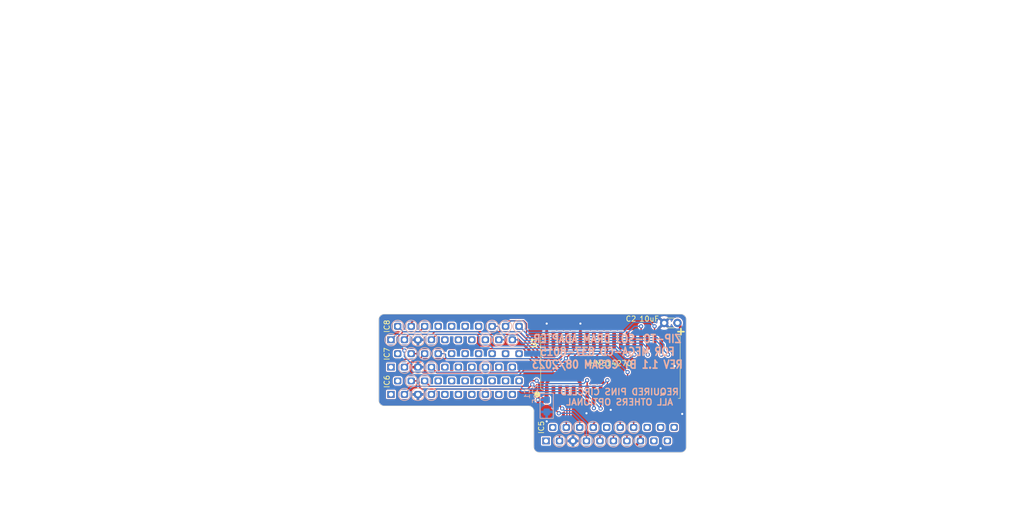
<source format=kicad_pcb>
(kicad_pcb (version 20221018) (generator pcbnew)
  (layers (0 "F.Cu" signal) (1 "In1.Cu" signal) (2 "In2.Cu" signal) (31 "B.Cu" signal) (34 "B.Paste" user) (35 "F.Paste" user) (36 "B.SilkS" user "B.Silkscreen") (37 "F.SilkS" user "F.Silkscreen") (38 "B.Mask" user) (39 "F.Mask" user) (44 "Edge.Cuts" user))
  (net 0 "")
  (net 1 "~{CLWE}")
  (net 2 "GND")
  (net 4 "VCC2")
  (net 8 "D4")
  (net 9 "D3")
  (net 10 "D2")
  (net 11 "D1")
  (net 12 "D0")
  (net 13 "D15")
  (net 14 "D14")
  (net 15 "D13")
  (net 16 "D12")
  (net 17 "D11")
  (net 18 "D10")
  (net 19 "D9")
  (net 20 "D8")
  (net 21 "D7")
  (net 22 "D6")
  (net 23 "D5")
  (net 24 "~{COE}")
  (net 25 "PA8")
  (net 26 "PA7")
  (net 27 "PA6")
  (net 28 "PA5")
  (net 29 "PA4")
  (net 30 "PA3")
  (net 31 "PA2")
  (net 32 "PA1")
  (net 33 "PA0")
  (net 34 "~{PRAS}")
  (net 35 "~{PCAS}")
  (net 36 "~{CUWE}")
  (footprint "MegaCD_Footprints:SOJ-40" (layer "F.Cu") (at 147.447 120.523 90)
    (fp_text reference "U1" (at 10.414 -1.143 90 unlocked) (layer "F.SilkS") (effects (font (thickness 0.2) bold)))
    (fp_text value "HM514270")
    (fp_text user "${VALUE}" (at 6.477 13.335 unlocked) (layer "F.SilkS"))
    (fp_line (start -0.127 26.035) (end -0.127 26.416) (stroke (width 0.1)) (layer "F.SilkS"))
    (fp_line (start -0.127 26.416) (end 11.557 26.416) (stroke (width 0.1)) (layer "F.SilkS"))
    (fp_line (start 1.778 0.127) (end 1.397 0.508) (stroke (width 0.1)) (layer "F.SilkS"))
    (fp_line (start 11.557 0.127) (end 1.778 0.127) (stroke (width 0.1)) (layer "F.SilkS"))
    (fp_line (start 11.557 0.508) (end 11.557 0.127) (stroke (width 0.1)) (layer "F.SilkS"))
    (fp_line (start 11.557 26.035) (end 11.557 26.416) (stroke (width 0.1)) (layer "F.SilkS"))
    (fp_circle (center 0.635 -0.508) (end 1.143 -0.508) (stroke (width 0.1)) (fill solid) (layer "F.SilkS"))
    (pad "1" smd rect (at 0.635 1.27 90) (size 3.4 0.7) (layers "F.Cu" "F.Paste" "F.Mask") (net 4 "VCC2"))
    (pad "2" smd rect (at 0.635 2.54 90) (size 3.4 0.7) (layers "F.Cu" "F.Paste" "F.Mask") (net 12 "D0"))
    (pad "3" smd rect (at 0.635 3.81 90) (size 3.4 0.7) (layers "F.Cu" "F.Paste" "F.Mask") (net 11 "D1"))
    (pad "4" smd rect (at 0.635 5.08 90) (size 3.4 0.7) (layers "F.Cu" "F.Paste" "F.Mask") (net 10 "D2"))
    (pad "5" smd rect (at 0.635 6.35 90) (size 3.4 0.7) (layers "F.Cu" "F.Paste" "F.Mask") (net 9 "D3"))
    (pad "6" smd rect (at 0.635 7.62 90) (size 3.4 0.7) (layers "F.Cu" "F.Paste" "F.Mask") (net 4 "VCC2"))
    (pad "7" smd rect (at 0.635 8.89 90) (size 3.4 0.7) (layers "F.Cu" "F.Paste" "F.Mask") (net 8 "D4"))
    (pad "8" smd rect (at 0.635 10.16 90) (size 3.4 0.7) (layers "F.Cu" "F.Paste" "F.Mask") (net 23 "D5"))
    (pad "9" smd rect (at 0.635 11.43 90) (size 3.4 0.7) (layers "F.Cu" "F.Paste" "F.Mask") (net 22 "D6"))
    (pad "10" smd rect (at 0.635 12.7 90) (size 3.4 0.7) (layers "F.Cu" "F.Paste" "F.Mask") (net 21 "D7"))
    (pad "11" smd rect (at 0.635 13.97 90) (size 3.4 0.7) (layers "F.Cu" "F.Paste" "F.Mask"))
    (pad "12" smd rect (at 0.635 15.24 90) (size 3.4 0.7) (layers "F.Cu" "F.Paste" "F.Mask") (net 1 "~{CLWE}"))
    (pad "13" smd rect (at 0.635 16.51 90) (size 3.4 0.7) (layers "F.Cu" "F.Paste" "F.Mask") (net 36 "~{CUWE}"))
    (pad "14" smd rect (at 0.635 17.78 90) (size 3.4 0.7) (layers "F.Cu" "F.Paste" "F.Mask") (net 34 "~{PRAS}"))
    (pad "15" smd rect (at 0.635 19.05 90) (size 3.4 0.7) (layers "F.Cu" "F.Paste" "F.Mask"))
    (pad "16" smd rect (at 0.635 20.32 90) (size 3.4 0.7) (layers "F.Cu" "F.Paste" "F.Mask") (net 33 "PA0"))
    (pad "17" smd rect (at 0.635 21.59 90) (size 3.4 0.7) (layers "F.Cu" "F.Paste" "F.Mask") (net 32 "PA1"))
    (pad "18" smd rect (at 0.635 22.86 90) (size 3.4 0.7) (layers "F.Cu" "F.Paste" "F.Mask") (net 31 "PA2"))
    (pad "19" smd rect (at 0.635 24.13 90) (size 3.4 0.7) (layers "F.Cu" "F.Paste" "F.Mask") (net 30 "PA3"))
    (pad "20" smd rect (at 0.635 25.4 90) (size 3.4 0.7) (layers "F.Cu" "F.Paste" "F.Mask") (net 4 "VCC2"))
    (pad "21" smd rect (at 10.795 25.4 90) (size 3.4 0.7) (layers "F.Cu" "F.Paste" "F.Mask") (net 2 "GND"))
    (pad "22" smd rect (at 10.795 24.13 90) (size 3.4 0.7) (layers "F.Cu" "F.Paste" "F.Mask") (net 29 "PA4"))
    (pad "23" smd rect (at 10.795 22.86 90) (size 3.4 0.7) (layers "F.Cu" "F.Paste" "F.Mask") (net 28 "PA5"))
    (pad "24" smd rect (at 10.795 21.59 90) (size 3.4 0.7) (layers "F.Cu" "F.Paste" "F.Mask") (net 27 "PA6"))
    (pad "25" smd rect (at 10.795 20.32 90) (size 3.4 0.7) (layers "F.Cu" "F.Paste" "F.Mask") (net 26 "PA7"))
    (pad "26" smd rect (at 10.795 19.05 90) (size 3.4 0.7) (layers "F.Cu" "F.Paste" "F.Mask") (net 25 "PA8"))
    (pad "27" smd rect (at 10.795 17.78 90) (size 3.4 0.7) (layers "F.Cu" "F.Paste" "F.Mask") (net 24 "~{COE}"))
    (pad "28" smd rect (at 10.795 16.51 90) (size 3.4 0.7) (layers "F.Cu" "F.Paste" "F.Mask") (net 35 "~{PCAS}"))
    (pad "29" smd rect (at 10.795 15.24 90) (size 3.4 0.7) (layers "F.Cu" "F.Paste" "F.Mask"))
    (pad "30" smd rect (at 10.795 13.97 90) (size 3.4 0.7) (layers "F.Cu" "F.Paste" "F.Mask"))
    (pad "31" smd rect (at 10.795 12.7 90) (size 3.4 0.7) (layers "F.Cu" "F.Paste" "F.Mask") (net 20 "D8"))
    (pad "32" smd rect (at 10.795 11.43 90) (size 3.4 0.7) (layers "F.Cu" "F.Paste" "F.Mask") (net 19 "D9"))
    (pad "33" smd rect (at 10.795 10.16 90) (size 3.4 0.7) (layers "F.Cu" "F.Paste" "F.Mask") (net 18 "D10"))
    (pad "34" smd rect (at 10.795 8.89 90) (size 3.4 0.7) (layers "F.Cu" "F.Paste" "F.Mask") (net 17 "D11"))
    (pad "35" smd rect (at 10.795 7.62 90) (size 3.4 0.7) (layers "F.Cu" "F.Paste" "F.Mask") (net 2 "GND"))
    (pad "36" smd rect (at 10.795 6.35 90) (size 3.4 0.7) (layers "F.Cu" "F.Paste" "F.Mask") (net 16 "D12"))
    (pad "37" smd rect (at 10.795 5.08 90) (size 3.4 0.7) (layers "F.Cu" "F.Paste" "F.Mask") (net 15 "D13"))
    (pad "38" smd rect (at 10.795 3.81 90) (size 3.4 0.7) (layers "F.Cu" "F.Paste" "F.Mask") (net 14 "D14"))
    (pad "39" smd rect (at 10.795 2.54 90) (size 3.4 0.7) (layers "F.Cu" "F.Paste" "F.Mask") (net 13 "D15"))
    (pad "40" smd rect (at 10.795 1.27 90) (size 3.4 0.7) (layers "F.Cu" "F.Paste" "F.Mask") (net 2 "GND"))
  )
  (footprint "MegaCD_Footprints:ZIP-20-No-silk" (layer "F.Cu") (at 119.38 114.7572 90)
    (fp_text reference "IC7" (at 2.4892 -0.762 90) (layer "F.SilkS"))
    (fp_text value "MB81C4256Z")
    (pad "1" thru_hole rect (at 0 0 90) (size 1.3 1.4) (drill 0.8) (layers "*.Cu" "*.Mask") (net 24 "~{COE}"))
    (pad "2" thru_hole roundrect (at 2.54 1.27 90) (size 1.3 1.4) (drill 0.8) (layers "*.Cu" "*.Mask") (net 35 "~{PCAS}"))
    (pad "3" thru_hole roundrect (at 0 2.54 90) (size 1.3 1.4) (drill 0.8) (layers "*.Cu" "*.Mask") (net 18 "D10"))
    (pad "4" thru_hole roundrect (at 2.54 3.81 90) (size 1.3 1.4) (drill 0.8) (layers "*.Cu" "*.Mask") (net 17 "D11"))
    (pad "5" thru_hole roundrect (at 0 5.08 90) (size 1.3 1.4) (drill 0.8) (layers "*.Cu" "*.Mask") (net 2 "GND"))
    (pad "6" thru_hole roundrect (at 2.54 6.35 90) (size 1.3 1.4) (drill 0.8) (layers "*.Cu" "*.Mask") (net 20 "D8"))
    (pad "7" thru_hole roundrect (at 0 7.62 90) (size 1.3 1.4) (drill 0.8) (layers "*.Cu" "*.Mask") (net 19 "D9"))
    (pad "8" thru_hole roundrect (at 2.54 8.89 90) (size 1.3 1.4) (drill 0.8) (layers "*.Cu" "*.Mask") (net 36 "~{CUWE}"))
    (pad "9" thru_hole roundrect (at 0 10.16 90) (size 1.3 1.4) (drill 0.8) (layers "*.Cu" "*.Mask") (net 34 "~{PRAS}"))
    (pad "10" thru_hole roundrect (at 2.54 11.43 90) (size 1.3 1.4) (drill 0.8) (layers "*.Cu" "*.Mask"))
    (pad "11" thru_hole roundrect (at 0 12.7 90) (size 1.3 1.4) (drill 0.8) (layers "*.Cu" "*.Mask") (net 33 "PA0"))
    (pad "12" thru_hole roundrect (at 2.54 13.97 90) (size 1.3 1.4) (drill 0.8) (layers "*.Cu" "*.Mask") (net 32 "PA1"))
    (pad "13" thru_hole roundrect (at 0 15.24 90) (size 1.3 1.4) (drill 0.8) (layers "*.Cu" "*.Mask") (net 31 "PA2"))
    (pad "14" thru_hole roundrect (at 2.54 16.51 90) (size 1.3 1.4) (drill 0.8) (layers "*.Cu" "*.Mask") (net 30 "PA3"))
    (pad "15" thru_hole roundrect (at 0 17.78 90) (size 1.3 1.4) (drill 0.8) (layers "*.Cu" "*.Mask") (net 4 "VCC2"))
    (pad "16" thru_hole roundrect (at 2.54 19.05 90) (size 1.3 1.4) (drill 0.8) (layers "*.Cu" "*.Mask") (net 29 "PA4"))
    (pad "17" thru_hole roundrect (at 0 20.32 90) (size 1.3 1.4) (drill 0.8) (layers "*.Cu" "*.Mask") (net 28 "PA5"))
    (pad "18" thru_hole roundrect (at 2.54 21.59 90) (size 1.3 1.4) (drill 0.8) (layers "*.Cu" "*.Mask") (net 27 "PA6"))
    (pad "19" thru_hole roundrect (at 0 22.86 90) (size 1.3 1.4) (drill 0.8) (layers "*.Cu" "*.Mask") (net 26 "PA7"))
    (pad "20" thru_hole roundrect (at 2.54 24.13 90) (size 1.3 1.4) (drill 0.8) (layers "*.Cu" "*.Mask") (net 25 "PA8"))
  )
  (footprint "MegaCD_Footprints:ZIP-20-No-silk" (layer "F.Cu") (at 119.38 119.888 90)
    (fp_text reference "IC6" (at 2.413 -0.762 90) (layer "F.SilkS"))
    (fp_text value "MB81C4256Z")
    (pad "1" thru_hole rect (at 0 0 90) (size 1.3 1.4) (drill 0.8) (layers "*.Cu" "*.Mask") (net 24 "~{COE}"))
    (pad "2" thru_hole roundrect (at 2.54 1.27 90) (size 1.3 1.4) (drill 0.8) (layers "*.Cu" "*.Mask") (net 35 "~{PCAS}"))
    (pad "3" thru_hole roundrect (at 0 2.54 90) (size 1.3 1.4) (drill 0.8) (layers "*.Cu" "*.Mask") (net 22 "D6"))
    (pad "4" thru_hole roundrect (at 2.54 3.81 90) (size 1.3 1.4) (drill 0.8) (layers "*.Cu" "*.Mask") (net 21 "D7"))
    (pad "5" thru_hole roundrect (at 0 5.08 90) (size 1.3 1.4) (drill 0.8) (layers "*.Cu" "*.Mask") (net 2 "GND"))
    (pad "6" thru_hole roundrect (at 2.54 6.35 90) (size 1.3 1.4) (drill 0.8) (layers "*.Cu" "*.Mask") (net 8 "D4"))
    (pad "7" thru_hole roundrect (at 0 7.62 90) (size 1.3 1.4) (drill 0.8) (layers "*.Cu" "*.Mask") (net 23 "D5"))
    (pad "8" thru_hole roundrect (at 2.54 8.89 90) (size 1.3 1.4) (drill 0.8) (layers "*.Cu" "*.Mask") (net 1 "~{CLWE}"))
    (pad "9" thru_hole roundrect (at 0 10.16 90) (size 1.3 1.4) (drill 0.8) (layers "*.Cu" "*.Mask") (net 34 "~{PRAS}"))
    (pad "10" thru_hole roundrect (at 2.54 11.43 90) (size 1.3 1.4) (drill 0.8) (layers "*.Cu" "*.Mask"))
    (pad "11" thru_hole roundrect (at 0 12.7 90) (size 1.3 1.4) (drill 0.8) (layers "*.Cu" "*.Mask") (net 33 "PA0"))
    (pad "12" thru_hole roundrect (at 2.54 13.97 90) (size 1.3 1.4) (drill 0.8) (layers "*.Cu" "*.Mask") (net 32 "PA1"))
    (pad "13" thru_hole roundrect (at 0 15.24 90) (size 1.3 1.4) (drill 0.8) (layers "*.Cu" "*.Mask") (net 31 "PA2"))
    (pad "14" thru_hole roundrect (at 2.54 16.51 90) (size 1.3 1.4) (drill 0.8) (layers "*.Cu" "*.Mask") (net 30 "PA3"))
    (pad "15" thru_hole roundrect (at 0 17.78 90) (size 1.3 1.4) (drill 0.8) (layers "*.Cu" "*.Mask") (net 4 "VCC2"))
    (pad "16" thru_hole roundrect (at 2.54 19.05 90) (size 1.3 1.4) (drill 0.8) (layers "*.Cu" "*.Mask") (net 29 "PA4"))
    (pad "17" thru_hole roundrect (at 0 20.32 90) (size 1.3 1.4) (drill 0.8) (layers "*.Cu" "*.Mask") (net 28 "PA5"))
    (pad "18" thru_hole roundrect (at 2.54 21.59 90) (size 1.3 1.4) (drill 0.8) (layers "*.Cu" "*.Mask") (net 27 "PA6"))
    (pad "19" thru_hole roundrect (at 0 22.86 90) (size 1.3 1.4) (drill 0.8) (layers "*.Cu" "*.Mask") (net 26 "PA7"))
    (pad "20" thru_hole roundrect (at 2.54 24.13 90) (size 1.3 1.4) (drill 0.8) (layers "*.Cu" "*.Mask") (net 25 "PA8"))
  )
  (footprint "MegaCD_Footprints:ZIP-20-No-silk" (layer "F.Cu") (at 119.38 109.601 90)
    (fp_text reference "IC8" (at 2.54 -0.762 90) (layer "F.SilkS"))
    (fp_text value "MB81C4256Z")
    (pad "1" thru_hole rect (at 0 0 90) (size 1.3 1.4) (drill 0.8) (layers "*.Cu" "*.Mask") (net 24 "~{COE}"))
    (pad "2" thru_hole roundrect (at 2.54 1.27 90) (size 1.3 1.4) (drill 0.8) (layers "*.Cu" "*.Mask") (net 35 "~{PCAS}"))
    (pad "3" thru_hole roundrect (at 0 2.54 90) (size 1.3 1.4) (drill 0.8) (layers "*.Cu" "*.Mask") (net 14 "D14"))
    (pad "4" thru_hole roundrect (at 2.54 3.81 90) (size 1.3 1.4) (drill 0.8) (layers "*.Cu" "*.Mask") (net 13 "D15"))
    (pad "5" thru_hole roundrect (at 0 5.08 90) (size 1.3 1.4) (drill 0.8) (layers "*.Cu" "*.Mask") (net 2 "GND"))
    (pad "6" thru_hole roundrect (at 2.54 6.35 90) (size 1.3 1.4) (drill 0.8) (layers "*.Cu" "*.Mask") (net 16 "D12"))
    (pad "7" thru_hole roundrect (at 0 7.62 90) (size 1.3 1.4) (drill 0.8) (layers "*.Cu" "*.Mask") (net 15 "D13"))
    (pad "8" thru_hole roundrect (at 2.54 8.89 90) (size 1.3 1.4) (drill 0.8) (layers "*.Cu" "*.Mask") (net 36 "~{CUWE}"))
    (pad "9" thru_hole roundrect (at 0 10.16 90) (size 1.3 1.4) (drill 0.8) (layers "*.Cu" "*.Mask") (net 34 "~{PRAS}"))
    (pad "10" thru_hole roundrect (at 2.54 11.43 90) (size 1.3 1.4) (drill 0.8) (layers "*.Cu" "*.Mask"))
    (pad "11" thru_hole roundrect (at 0 12.7 90) (size 1.3 1.4) (drill 0.8) (layers "*.Cu" "*.Mask") (net 33 "PA0"))
    (pad "12" thru_hole roundrect (at 2.54 13.97 90) (size 1.3 1.4) (drill 0.8) (layers "*.Cu" "*.Mask") (net 32 "PA1"))
    (pad "13" thru_hole roundrect (at 0 15.24 90) (size 1.3 1.4) (drill 0.8) (layers "*.Cu" "*.Mask") (net 31 "PA2"))
    (pad "14" thru_hole roundrect (at 2.54 16.51 90) (size 1.3 1.4) (drill 0.8) (layers "*.Cu" "*.Mask") (net 30 "PA3"))
    (pad "15" thru_hole roundrect (at 0 17.78 90) (size 1.3 1.4) (drill 0.8) (layers "*.Cu" "*.Mask") (net 4 "VCC2"))
    (pad "16" thru_hole roundrect (at 2.54 19.05 90) (size 1.3 1.4) (drill 0.8) (layers "*.Cu" "*.Mask") (net 29 "PA4"))
    (pad "17" thru_hole roundrect (at 0 20.32 90) (size 1.3 1.4) (drill 0.8) (layers "*.Cu" "*.Mask") (net 28 "PA5"))
    (pad "18" thru_hole roundrect (at 2.54 21.59 90) (size 1.3 1.4) (drill 0.8) (layers "*.Cu" "*.Mask") (net 27 "PA6"))
    (pad "19" thru_hole roundrect (at 0 22.86 90) (size 1.3 1.4) (drill 0.8) (layers "*.Cu" "*.Mask") (net 26 "PA7"))
    (pad "20" thru_hole roundrect (at 2.54 24.13 90) (size 1.3 1.4) (drill 0.8) (layers "*.Cu" "*.Mask") (net 25 "PA8"))
  )
  (footprint "MegaCD_Footprints:ZIP-20-No-silk" (layer "F.Cu") (at 148.59 128.651 90)
    (fp_text reference "IC5" (at 2.54 -0.889 90) (layer "F.SilkS"))
    (fp_text value "MB81C4256Z")
    (pad "1" thru_hole rect (at 0 0 90) (size 1.3 1.4) (drill 0.8) (layers "*.Cu" "*.Mask") (net 24 "~{COE}"))
    (pad "2" thru_hole roundrect (at 2.54 1.27 90) (size 1.3 1.4) (drill 0.8) (layers "*.Cu" "*.Mask") (net 35 "~{PCAS}"))
    (pad "3" thru_hole roundrect (at 0 2.54 90) (size 1.3 1.4) (drill 0.8) (layers "*.Cu" "*.Mask") (net 10 "D2"))
    (pad "4" thru_hole roundrect (at 2.54 3.81 90) (size 1.3 1.4) (drill 0.8) (layers "*.Cu" "*.Mask") (net 9 "D3"))
    (pad "5" thru_hole roundrect (at 0 5.08 90) (size 1.3 1.4) (drill 0.8) (layers "*.Cu" "*.Mask") (net 2 "GND"))
    (pad "6" thru_hole roundrect (at 2.54 6.35 90) (size 1.3 1.4) (drill 0.8) (layers "*.Cu" "*.Mask") (net 12 "D0"))
    (pad "7" thru_hole roundrect (at 0 7.62 90) (size 1.3 1.4) (drill 0.8) (layers "*.Cu" "*.Mask") (net 11 "D1"))
    (pad "8" thru_hole roundrect (at 2.54 8.89 90) (size 1.3 1.4) (drill 0.8) (layers "*.Cu" "*.Mask") (net 1 "~{CLWE}"))
    (pad "9" thru_hole roundrect (at 0 10.16 90) (size 1.3 1.4) (drill 0.8) (layers "*.Cu" "*.Mask") (net 34 "~{PRAS}"))
    (pad "10" thru_hole roundrect (at 2.54 11.43 90) (size 1.3 1.4) (drill 0.8) (layers "*.Cu" "*.Mask"))
    (pad "11" thru_hole roundrect (at 0 12.7 90) (size 1.3 1.4) (drill 0.8) (layers "*.Cu" "*.Mask") (net 33 "PA0"))
    (pad "12" thru_hole roundrect (at 2.54 13.97 90) (size 1.3 1.4) (drill 0.8) (layers "*.Cu" "*.Mask") (net 32 "PA1"))
    (pad "13" thru_hole roundrect (at 0 15.24 90) (size 1.3 1.4) (drill 0.8) (layers "*.Cu" "*.Mask") (net 31 "PA2"))
    (pad "14" thru_hole roundrect (at 2.54 16.51 90) (size 1.3 1.4) (drill 0.8) (layers "*.Cu" "*.Mask") (net 30 "PA3"))
    (pad "15" thru_hole roundrect (at 0 17.78 90) (size 1.3 1.4) (drill 0.8) (layers "*.Cu" "*.Mask") (net 4 "VCC2"))
    (pad "16" thru_hole roundrect (at 2.54 19.05 90) (size 1.3 1.4) (drill 0.8) (layers "*.Cu" "*.Mask") (net 29 "PA4"))
    (pad "17" thru_hole roundrect (at 0 20.32 90) (size 1.3 1.4) (drill 0.8) (layers "*.Cu" "*.Mask") (net 28 "PA5"))
    (pad "18" thru_hole roundrect (at 2.54 21.59 90) (size 1.3 1.4) (drill 0.8) (layers "*.Cu" "*.Mask") (net 27 "PA6"))
    (pad "19" thru_hole roundrect (at 0 22.86 90) (size 1.3 1.4) (drill 0.8) (layers "*.Cu" "*.Mask") (net 26 "PA7"))
    (pad "20" thru_hole roundrect (at 2.54 24.13 90) (size 1.3 1.4) (drill 0.8) (layers "*.Cu" "*.Mask") (net 25 "PA8"))
  )
  (footprint "Capacitor_THT:C_Disc_D3.0mm_W1.6mm_P2.50mm" (layer "F.Cu") (at 173.355 106.426 180)
    (fp_text reference "C2" (at 8.763 0.762) (layer "F.SilkS"))
    (fp_text value "10uF")
    (fp_text user "${VALUE}" (at 5.334 0.762 unlocked) (layer "F.SilkS"))
    (fp_line (start 0.621 -0.92) (end 1.879 -0.92) (stroke (width 0.12)) (layer "F.SilkS"))
    (fp_line (start 0.621 0.92) (end 1.879 0.92) (stroke (width 0.12)) (layer "F.SilkS"))
    (pad "1" thru_hole circle (at 0 0 180) (size 1.6 1.6) (drill 0.8) (layers "*.Cu" "*.Mask") (net 4 "VCC2"))
    (pad "2" thru_hole circle (at 2.5 0 180) (size 1.6 1.6) (drill 0.8) (layers "*.Cu" "*.Mask") (net 2 "GND"))
  )
  (footprint "MegaCD_Footprints:SMD_0805_HandSolder" (layer "B.Cu") (at 148.717 122.047 -90)
    (fp_text reference "C1" (at -2.286 3.683 90) (layer "B.SilkS") (effects (justify mirror)))
    (fp_text value "22nF")
    (fp_text user "${VALUE}" (at -2.286 2.159 -270 unlocked) (layer "B.SilkS") (effects (justify mirror)))
    (fp_rect (start -2.35 1.25) (end 2.35 -1.25) (stroke (width 0.15)) (fill none) (layer "B.SilkS"))
    (pad "1" smd roundrect (at -1.143 0 270) (size 1.3 1.2) (layers "B.Cu" "B.Paste" "B.Mask") (roundrect_rratio 0.2127658333) (net 4 "VCC2"))
    (pad "2" smd roundrect (at 1.143 0 270) (size 1.3 1.2) (layers "B.Cu" "B.Paste" "B.Mask") (roundrect_rratio 0.2127658333) (net 2 "GND"))
  )
  (gr_circle (center 152.3746 126.111) (end 153.524634 126.111) (stroke (width 0.15)) (fill none) (layer "B.SilkS"))
  (gr_circle (center 166.3954 128.651) (end 167.545434 128.651) (stroke (width 0.15)) (fill none) (layer "B.SilkS"))
  (gr_circle (center 120.65 107.061) (end 121.800034 107.061) (stroke (width 0.15)) (fill none) (layer "B.SilkS"))
  (gr_circle (center 128.27 112.2172) (end 129.420034 112.2172) (stroke (width 0.15)) (fill none) (layer "B.SilkS"))
  (gr_circle (center 121.92 114.7826) (end 123.070034 114.7826) (stroke (width 0.15)) (fill none) (layer "B.SilkS"))
  (gr_circle (center 165.107034 126.111) (end 166.257068 126.111) (stroke (width 0.15)) (fill none) (layer "B.SilkS"))
  (gr_circle (center 123.19 117.348) (end 124.340034 117.348) (stroke (width 0.15)) (fill none) (layer "B.SilkS"))
  (gr_circle (center 124.46 114.7826) (end 125.610034 114.7826) (stroke (width 0.15)) (fill none) (layer "B.SilkS"))
  (gr_circle (center 137.16 119.888) (end 138.310034 119.888) (stroke (width 0.15)) (fill none) (layer "B.SilkS"))
  (gr_circle (center 140.97 107.061) (end 142.120034 107.061) (stroke (width 0.15)) (fill none) (layer "B.SilkS"))
  (gr_circle (center 125.73 117.348) (end 126.880034 117.348) (stroke (width 0.15)) (fill none) (layer "B.SilkS"))
  (gr_circle (center 163.837034 128.651) (end 164.987068 128.651) (stroke (width 0.15)) (fill none) (layer "B.SilkS"))
  (gr_circle (center 123.19 107.061) (end 124.340034 107.061) (stroke (width 0.15)) (fill none) (layer "B.SilkS"))
  (gr_circle (center 119.38 109.601) (end 120.530034 109.601) (stroke (width 0.15)) (fill none) (layer "B.SilkS"))
  (gr_circle (center 153.677034 128.651) (end 154.827068 128.651) (stroke (width 0.15)) (fill none) (layer "B.SilkS"))
  (gr_circle (center 121.92 119.888) (end 123.070034 119.888) (stroke (width 0.15)) (fill none) (layer "B.SilkS"))
  (gr_circle (center 143.51 107.061) (end 144.660034 107.061) (stroke (width 0.15)) (fill none) (layer "B.SilkS"))
  (gr_circle (center 138.43 107.061) (end 139.580034 107.061) (stroke (width 0.15)) (fill none) (layer "B.SilkS"))
  (gr_circle (center 137.1854 114.7826) (end 138.335434 114.7826) (stroke (width 0.15)) (fill none) (layer "B.SilkS"))
  (gr_circle (center 125.73 112.2172) (end 126.880034 112.2172) (stroke (width 0.15)) (fill none) (layer "B.SilkS"))
  (gr_circle (center 139.7 109.619366) (end 140.850034 109.619366) (stroke (width 0.15)) (fill none) (layer "B.SilkS"))
  (gr_circle (center 137.1854 109.619366) (end 138.335434 109.619366) (stroke (width 0.15)) (fill none) (layer "B.SilkS"))
  (gr_circle (center 161.297034 128.651) (end 162.447068 128.651) (stroke (width 0.15)) (fill none) (layer "B.SilkS"))
  (gr_circle (center 156.2354 128.651) (end 157.385434 128.651) (stroke (width 0.15)) (fill none) (layer "B.SilkS"))
  (gr_circle (center 123.19 112.2172) (end 124.340034 112.2172) (stroke (width 0.15)) (fill none) (layer "B.SilkS"))
  (gr_circle (center 151.1046 128.651) (end 152.254634 128.651) (stroke (width 0.15)) (fill none) (layer "B.SilkS"))
  (gr_circle (center 162.5346 126.111) (end 163.684634 126.111) (stroke (width 0.15)) (fill none) (layer "B.SilkS"))
  (gr_circle (center 124.46 119.888) (end 125.610034 119.888) (stroke (width 0.15)) (fill none) (layer "B.SilkS"))
  (gr_circle (center 127 119.888) (end 128.150034 119.888) (stroke (width 0.15)) (fill none) (layer "B.SilkS"))
  (gr_circle (center 121.92 109.601) (end 123.070034 109.601) (stroke (width 0.15)) (fill none) (layer "B.SilkS"))
  (gr_circle (center 124.46 109.619366) (end 125.610034 109.619366) (stroke (width 0.15)) (fill none) (layer "B.SilkS"))
  (gr_circle (center 125.73 107.061) (end 126.880034 107.061) (stroke (width 0.15)) (fill none) (layer "B.SilkS"))
  (gr_circle (center 154.9146 126.111) (end 156.064634 126.111) (stroke (width 0.15)) (fill none) (layer "B.SilkS"))
  (gr_circle (center 127 114.7826) (end 128.150034 114.7826) (stroke (width 0.15)) (fill none) (layer "B.SilkS"))
  (gr_circle (center 158.757034 128.651) (end 159.907068 128.651) (stroke (width 0.15)) (fill none) (layer "B.SilkS"))
  (gr_circle (center 142.24 109.619366) (end 143.390034 109.619366) (stroke (width 0.15)) (fill none) (layer "B.SilkS"))
  (gr_circle (center 126.992966 109.619366) (end 128.143 109.619366) (stroke (width 0.15)) (fill none) (layer "B.SilkS"))
  (gr_circle (center 157.4546 126.111) (end 158.604634 126.111) (stroke (width 0.15)) (fill none) (layer "B.SilkS"))
  (gr_line (start 175.006 105.791) (end 175.006 129.794) (stroke (width 0.1)) (layer "Edge.Cuts"))
  (gr_arc (start 117.094 105.791) (mid 117.39158 105.07258) (end 118.11 104.775) (stroke (width 0.1)) (layer "Edge.Cuts"))
  (gr_line (start 117.094 121.031) (end 117.094 105.791) (stroke (width 0.1)) (layer "Edge.Cuts"))
  (gr_line (start 118.11 104.775) (end 173.99 104.775) (stroke (width 0.1)) (layer "Edge.Cuts"))
  (gr_line (start 146.304 123.063) (end 146.304 129.794) (stroke (width 0.1)) (layer "Edge.Cuts"))
  (gr_arc (start 173.99 104.775) (mid 174.70842 105.07258) (end 175.006 105.791) (stroke (width 0.1)) (layer "Edge.Cuts"))
  (gr_arc (start 118.11 122.047) (mid 117.39158 121.74942) (end 117.094 121.031) (stroke (width 0.1)) (layer "Edge.Cuts"))
  (gr_line (start 147.32 130.81) (end 173.99 130.81) (stroke (width 0.1)) (layer "Edge.Cuts"))
  (gr_line (start 118.11 122.047) (end 145.288 122.047) (stroke (width 0.1)) (layer "Edge.Cuts"))
  (gr_arc (start 145.288 122.047) (mid 146.00642 122.34458) (end 146.304 123.063) (stroke (width 0.1)) (layer "Edge.Cuts"))
  (gr_arc (start 147.32 130.81) (mid 146.60158 130.51242) (end 146.304 129.794) (stroke (width 0.1)) (layer "Edge.Cuts"))
  (gr_arc (start 175.006 129.794) (mid 174.70842 130.51242) (end 173.99 130.81) (stroke (width 0.1)) (layer "Edge.Cuts"))
  (gr_text "REQUIRED PINS CIRCLED\nALL OTHERS OPTIONAL" (at 162.433 122.047) (layer "B.SilkS") (effects (font (size 1.2 1.2) (thickness 0.25) bold) (justify bottom mirror)))
  (gr_text "ZIP-TO-SOJ DRAM ADAPTER\nFOR MEGA-CD 837-8015\nREV 1.1 BY COSAM 08/2023" (at 160.147 115.1382) (layer "B.SilkS") (effects (font (size 1.5 1.3) (thickness 0.3) bold) (justify bottom mirror)))
  (gr_text "+" (at 175.133 108.839) (layer "F.SilkS") (effects (font (size 1.5 1.5) (thickness 0.3) bold) (justify left bottom mirror)))
  (segment (start 160.782 124.46) (end 162.687 122.555) (width 0.25) (layer "F.Cu") (net 1))
  (segment (start 158.496 124.46) (end 160.782 124.46) (width 0.25) (layer "F.Cu") (net 1))
  (segment (start 162.687 122.555) (end 162.687 119.888) (width 0.25) (layer "F.Cu") (net 1))
  (segment (start 157.48 125.476) (end 158.496 124.46) (width 0.25) (layer "F.Cu") (net 1))
  (segment (start 157.48 126.111) (end 157.48 125.476) (width 0.25) (layer "F.Cu") (net 1))
  (segment (start 172.847 109.728) (end 172.847 114.554) (width 0.5) (layer "F.Cu") (net 2))
  (segment (start 155.067 109.728) (end 155.067 106.553) (width 0.5) (layer "F.Cu") (net 2))
  (segment (start 148.717 109.728) (end 148.717 106.553) (width 0.5) (layer "F.Cu") (net 2))
  (via (at 172.847 114.554) (size 0.8) (drill 0.4) (layers "F.Cu" "B.Cu") (net 2))
  (via (at 155.067 106.553) (size 0.8) (drill 0.4) (layers "F.Cu" "B.Cu") (net 2))
  (via (at 148.717 124.968) (size 0.8) (drill 0.4) (layers "F.Cu" "B.Cu") (net 2))
  (via (at 160.782 122.809) (size 0.8) (drill 0.4) (layers "F.Cu" "B.Cu") (net 2))
  (via (at 156.21 123.444) (size 0.8) (drill 0.4) (layers "F.Cu" "B.Cu") (net 2))
  (via (at 148.717 106.553) (size 0.8) (drill 0.4) (layers "F.Cu" "B.Cu") (net 2))
  (via (at 170.18 130.048) (size 0.8) (drill 0.4) (layers "F.Cu" "B.Cu") (net 2))
  (via (at 174.244 123.571) (size 0.8) (drill 0.4) (layers "F.Cu" "B.Cu") (net 2))
  (segment (start 169.926 130.302) (end 154.051 130.302) (width 0.5) (layer "B.Cu") (net 2))
  (segment (start 147.193 130.302) (end 153.289 130.302) (width 0.5) (layer "B.Cu") (net 2))
  (segment (start 153.289 130.302) (end 153.67 129.921) (width 0.5) (layer "B.Cu") (net 2))
  (segment (start 146.812 129.921) (end 147.193 130.302) (width 0.5) (layer "B.Cu") (net 2))
  (segment (start 154.051 130.302) (end 153.67 129.921) (width 0.5) (layer "B.Cu") (net 2))
  (segment (start 155.067 106.553) (end 156.083 105.537) (width 0.25) (layer "B.Cu") (net 2))
  (segment (start 148.717 124.968) (end 146.812 126.873) (width 0.5) (layer "B.Cu") (net 2))
  (segment (start 174.244 129.667) (end 173.863 130.048) (width 0.5) (layer "B.Cu") (net 2))
  (segment (start 156.083 105.537) (end 169.966 105.537) (width 0.25) (layer "B.Cu") (net 2))
  (segment (start 174.244 123.571) (end 174.244 129.667) (width 0.5) (layer "B.Cu") (net 2))
  (segment (start 169.966 105.537) (end 170.855 106.426) (width 0.25) (layer "B.Cu") (net 2))
  (segment (start 170.18 130.048) (end 169.926 130.302) (width 0.5) (layer "B.Cu") (net 2))
  (segment (start 148.717 124.968) (end 148.717 123.444) (width 0.5) (layer "B.Cu") (net 2))
  (segment (start 146.812 126.873) (end 146.812 129.921) (width 0.5) (layer "B.Cu") (net 2))
  (segment (start 148.717 106.553) (end 155.067 106.553) (width 0.5) (layer "B.Cu") (net 2))
  (segment (start 174.244 115.951) (end 174.244 123.571) (width 0.5) (layer "B.Cu") (net 2))
  (segment (start 172.847 114.554) (end 174.244 115.951) (width 0.5) (layer "B.Cu") (net 2))
  (segment (start 153.67 128.651) (end 153.67 129.921) (width 0.5) (layer "B.Cu") (net 2))
  (segment (start 173.863 130.048) (end 170.18 130.048) (width 0.5) (layer "B.Cu") (net 2))
  (segment (start 172.847 116.713) (end 173.863 115.697) (width 0.5) (layer "F.Cu") (net 4))
  (segment (start 155.067 117.729) (end 155.067 119.888) (width 0.5) (layer "F.Cu") (net 4))
  (segment (start 166.37 128.651) (end 166.37 125.1585) (width 0.5) (layer "F.Cu") (net 4))
  (segment (start 147.066 129.54) (end 147.066 120.904) (width 0.5) (layer "F.Cu") (net 4))
  (segment (start 148.717 117.729) (end 149.352 117.094) (width 0.5) (layer "F.Cu") (net 4))
  (segment (start 148.717 119.888) (end 148.717 117.729) (width 0.5) (layer "F.Cu") (net 4))
  (segment (start 166.8145 124.714) (end 170.053 124.714) (width 0.5) (layer "F.Cu") (net 4))
  (segment (start 147.656 119.888) (end 148.717 119.888) (width 0.5) (layer "F.Cu") (net 4))
  (segment (start 173.863 115.697) (end 173.863 106.934) (width 0.5) (layer "F.Cu") (net 4))
  (segment (start 147.574 130.048) (end 147.066 129.54) (width 0.5) (layer "F.Cu") (net 4))
  (segment (start 164.973 130.048) (end 147.574 130.048) (width 0.5) (layer "F.Cu") (net 4))
  (segment (start 172.847 119.888) (end 172.847 116.713) (width 0.5) (layer "F.Cu") (net 4))
  (segment (start 166.37 125.1585) (end 166.8145 124.714) (width 0.5) (layer "F.Cu") (net 4))
  (segment (start 173.863 106.934) (end 173.355 106.426) (width 0.5) (layer "F.Cu") (net 4))
  (segment (start 154.432 117.094) (end 155.067 117.729) (width 0.5) (layer "F.Cu") (net 4))
  (segment (start 166.37 128.651) (end 164.973 130.048) (width 0.5) (layer "F.Cu") (net 4))
  (segment (start 172.847 121.92) (end 172.847 119.888) (width 0.5) (layer "F.Cu") (net 4))
  (segment (start 149.352 117.094) (end 154.432 117.094) (width 0.5) (layer "F.Cu") (net 4))
  (segment (start 147.066 120.478) (end 147.656 119.888) (width 0.5) (layer "F.Cu") (net 4))
  (segment (start 170.053 124.714) (end 172.847 121.92) (width 0.5) (layer "F.Cu") (net 4))
  (segment (start 147.066 120.904) (end 147.066 120.478) (width 0.5) (layer "F.Cu") (net 4))
  (via (at 147.066 120.904) (size 0.8) (drill 0.4) (layers "F.Cu" "B.Cu") (net 4))
  (segment (start 147.066 120.904) (end 148.717 120.904) (width 0.5) (layer "B.Cu") (net 4))
  (segment (start 144.653 118.364) (end 126.746 118.364) (width 0.25) (layer "F.Cu") (net 8))
  (segment (start 146.812 117.303) (end 145.714 117.303) (width 0.25) (layer "F.Cu") (net 8))
  (segment (start 156.337 117.221) (end 156.337 119.888) (width 0.25) (layer "F.Cu") (net 8))
  (segment (start 145.714 117.303) (end 144.653 118.364) (width 0.25) (layer "F.Cu") (net 8))
  (segment (start 126.746 118.364) (end 125.73 117.348) (width 0.25) (layer "F.Cu") (net 8))
  (via (at 146.812 117.303) (size 0.8) (drill 0.4) (layers "F.Cu" "B.Cu") (net 8))
  (via (at 156.337 117.221) (size 0.8) (drill 0.4) (layers "F.Cu" "B.Cu") (net 8))
  (segment (start 155.702 117.856) (end 156.337 117.221) (width 0.25) (layer "B.Cu") (net 8))
  (segment (start 147.365 117.856) (end 155.702 117.856) (width 0.25) (layer "B.Cu") (net 8))
  (segment (start 146.812 117.303) (end 147.365 117.856) (width 0.25) (layer "B.Cu") (net 8))
  (segment (start 152.4 124.841) (end 153.035 124.206) (width 0.25) (layer "F.Cu") (net 9))
  (segment (start 153.035 122.555) (end 153.797 121.793) (width 0.25) (layer "F.Cu") (net 9))
  (segment (start 153.797 121.793) (end 153.797 119.888) (width 0.25) (layer "F.Cu") (net 9))
  (segment (start 152.4 126.111) (end 152.4 124.841) (width 0.25) (layer "F.Cu") (net 9))
  (segment (start 153.035 124.206) (end 153.035 122.555) (width 0.25) (layer "F.Cu") (net 9))
  (segment (start 151.13 125.349) (end 152.527 123.952) (width 0.25) (layer "F.Cu") (net 10))
  (segment (start 151.13 128.651) (end 151.13 125.349) (width 0.25) (layer "F.Cu") (net 10))
  (segment (start 152.527 123.952) (end 152.527 119.888) (width 0.25) (layer "F.Cu") (net 10))
  (segment (start 151.257 122.174) (end 151.257 119.888) (width 0.25) (layer "F.Cu") (net 11))
  (segment (start 151.638 122.555) (end 151.257 122.174) (width 0.25) (layer "F.Cu") (net 11))
  (via (at 151.638 122.555) (size 0.8) (drill 0.4) (layers "F.Cu" "B.Cu") (net 11))
  (segment (start 152.019 122.936) (end 153.797 122.936) (width 0.25) (layer "B.Cu") (net 11))
  (segment (start 156.21 125.349) (end 156.21 128.651) (width 0.25) (layer "B.Cu") (net 11))
  (segment (start 153.797 122.936) (end 156.21 125.349) (width 0.25) (layer "B.Cu") (net 11))
  (segment (start 151.638 122.555) (end 152.019 122.936) (width 0.25) (layer "B.Cu") (net 11))
  (segment (start 151.003 123.444) (end 149.987 122.428) (width 0.25) (layer "F.Cu") (net 12))
  (segment (start 149.987 122.428) (end 149.987 119.888) (width 0.25) (layer "F.Cu") (net 12))
  (via (at 151.003 123.444) (size 0.8) (drill 0.4) (layers "F.Cu" "B.Cu") (net 12))
  (segment (start 153.543 123.444) (end 154.94 124.841) (width 0.25) (layer "B.Cu") (net 12))
  (segment (start 151.003 123.444) (end 153.543 123.444) (width 0.25) (layer "B.Cu") (net 12))
  (segment (start 154.94 124.841) (end 154.94 126.111) (width 0.25) (layer "B.Cu") (net 12))
  (segment (start 149.987 111.633) (end 149.987 109.728) (width 0.25) (layer "F.Cu") (net 13))
  (segment (start 123.19 107.061) (end 123.19 106.426) (width 0.25) (layer "F.Cu") (net 13))
  (segment (start 148.463 112.268) (end 149.352 112.268) (width 0.25) (layer "F.Cu") (net 13))
  (segment (start 123.571 106.045) (end 144.399 106.045) (width 0.25) (layer "F.Cu") (net 13))
  (segment (start 144.399 106.045) (end 144.907 106.553) (width 0.25) (layer "F.Cu") (net 13))
  (segment (start 144.907 108.712) (end 148.463 112.268) (width 0.25) (layer "F.Cu") (net 13))
  (segment (start 149.352 112.268) (end 149.987 111.633) (width 0.25) (layer "F.Cu") (net 13))
  (segment (start 144.907 106.553) (end 144.907 108.712) (width 0.25) (layer "F.Cu") (net 13))
  (segment (start 123.19 106.426) (end 123.571 106.045) (width 0.25) (layer "F.Cu") (net 13))
  (segment (start 121.92 109.601) (end 121.92 109.474) (width 0.25) (layer "F.Cu") (net 14))
  (segment (start 151.257 111.76) (end 151.257 109.728) (width 0.25) (layer "F.Cu") (net 14))
  (segment (start 121.92 109.474) (end 122.809 108.585) (width 0.25) (layer "F.Cu") (net 14))
  (segment (start 143.51 108.077) (end 148.209 112.776) (width 0.25) (layer "F.Cu") (net 14))
  (segment (start 148.209 112.776) (end 150.241 112.776) (width 0.25) (layer "F.Cu") (net 14))
  (segment (start 127.635 108.077) (end 143.51 108.077) (width 0.25) (layer "F.Cu") (net 14))
  (segment (start 150.241 112.776) (end 151.257 111.76) (width 0.25) (layer "F.Cu") (net 14))
  (segment (start 127.127 108.585) (end 127.635 108.077) (width 0.25) (layer "F.Cu") (net 14))
  (segment (start 122.809 108.585) (end 127.127 108.585) (width 0.25) (layer "F.Cu") (net 14))
  (segment (start 147.955 113.284) (end 151.003 113.284) (width 0.25) (layer "F.Cu") (net 15))
  (segment (start 127 109.601) (end 128.016 108.585) (width 0.25) (layer "F.Cu") (net 15))
  (segment (start 152.527 111.76) (end 152.527 109.728) (width 0.25) (layer "F.Cu") (net 15))
  (segment (start 143.256 108.585) (end 147.955 113.284) (width 0.25) (layer "F.Cu") (net 15))
  (segment (start 151.003 113.284) (end 152.527 111.76) (width 0.25) (layer "F.Cu") (net 15))
  (segment (start 128.016 108.585) (end 143.256 108.585) (width 0.25) (layer "F.Cu") (net 15))
  (segment (start 120.777 108.966) (end 121.666 108.077) (width 0.25) (layer "F.Cu") (net 16))
  (segment (start 153.797 111.62275) (end 153.797 109.728) (width 0.25) (layer "F.Cu") (net 16))
  (segment (start 152.34475 113.075) (end 153.797 111.62275) (width 0.25) (layer "F.Cu") (net 16))
  (segment (start 121.92 111.633) (end 120.777 110.49) (width 0.25) (layer "F.Cu") (net 16))
  (segment (start 120.777 110.49) (end 120.777 108.966) (width 0.25) (layer "F.Cu") (net 16))
  (segment (start 121.666 108.077) (end 124.714 108.077) (width 0.25) (layer "F.Cu") (net 16))
  (segment (start 124.714 108.077) (end 125.73 107.061) (width 0.25) (layer "F.Cu") (net 16))
  (via (at 121.92 111.633) (size 0.8) (drill 0.4) (layers "F.Cu" "B.Cu") (net 16))
  (via (at 152.34475 113.075) (size 0.8) (drill 0.4) (layers "F.Cu" "B.Cu") (net 16))
  (segment (start 149.7495 115.697) (end 123.571 115.697) (width 0.25) (layer "B.Cu") (net 16))
  (segment (start 152.34475 113.10175) (end 149.7495 115.697) (width 0.25) (layer "B.Cu") (net 16))
  (segment (start 123.317 114.173) (end 121.92 112.776) (width 0.25) (layer "B.Cu") (net 16))
  (segment (start 152.34475 113.075) (end 152.34475 113.10175) (width 0.25) (layer "B.Cu") (net 16))
  (segment (start 123.571 115.697) (end 123.317 115.443) (width 0.25) (layer "B.Cu") (net 16))
  (segment (start 123.317 115.443) (end 123.317 114.173) (width 0.25) (layer "B.Cu") (net 16))
  (segment (start 121.92 112.776) (end 121.92 111.633) (width 0.25) (layer "B.Cu") (net 16))
  (segment (start 123.19 112.2172) (end 124.1298 112.2172) (width 0.25) (layer "F.Cu") (net 17))
  (segment (start 146.812 113.792) (end 152.781 113.792) (width 0.25) (layer "F.Cu") (net 17))
  (segment (start 124.1298 112.2172) (end 125.095 111.252) (width 0.25) (layer "F.Cu") (net 17))
  (segment (start 144.272 111.252) (end 146.812 113.792) (width 0.25) (layer "F.Cu") (net 17))
  (segment (start 125.095 111.252) (end 144.272 111.252) (width 0.25) (layer "F.Cu") (net 17))
  (segment (start 156.083 111.887) (end 156.337 111.633) (width 0.25) (layer "F.Cu") (net 17))
  (segment (start 152.781 113.792) (end 154.686 111.887) (width 0.25) (layer "F.Cu") (net 17))
  (segment (start 154.686 111.887) (end 156.083 111.887) (width 0.25) (layer "F.Cu") (net 17))
  (segment (start 156.337 111.633) (end 156.337 109.728) (width 0.25) (layer "F.Cu") (net 17))
  (segment (start 121.92 114.7572) (end 122.8852 113.792) (width 0.25) (layer "F.Cu") (net 18))
  (segment (start 124.89168 113.792) (end 125.52668 113.157) (width 0.25) (layer "F.Cu") (net 18))
  (segment (start 146.558 114.3) (end 153.035 114.3) (width 0.25) (layer "F.Cu") (net 18))
  (segment (start 154.94 112.395) (end 157.099 112.395) (width 0.25) (layer "F.Cu") (net 18))
  (segment (start 153.035 114.3) (end 154.94 112.395) (width 0.25) (layer "F.Cu") (net 18))
  (segment (start 157.099 112.395) (end 157.607 111.887) (width 0.25) (layer "F.Cu") (net 18))
  (segment (start 145.415 113.157) (end 146.558 114.3) (width 0.25) (layer "F.Cu") (net 18))
  (segment (start 125.52668 113.157) (end 145.415 113.157) (width 0.25) (layer "F.Cu") (net 18))
  (segment (start 157.607 111.887) (end 157.607 109.728) (width 0.25) (layer "F.Cu") (net 18))
  (segment (start 122.8852 113.792) (end 124.89168 113.792) (width 0.25) (layer "F.Cu") (net 18))
  (segment (start 153.289 114.808) (end 155.194 112.903) (width 0.25) (layer "F.Cu") (net 19))
  (segment (start 143.163101 115.824) (end 144.179101 114.808) (width 0.25) (layer "F.Cu") (net 19))
  (segment (start 128.0668 115.824) (end 143.163101 115.824) (width 0.25) (layer "F.Cu") (net 19))
  (segment (start 155.194 112.903) (end 157.861 112.903) (width 0.25) (layer "F.Cu") (net 19))
  (segment (start 158.877 111.887) (end 158.877 109.728) (width 0.25) (layer "F.Cu") (net 19))
  (segment (start 144.179101 114.808) (end 153.289 114.808) (width 0.25) (layer "F.Cu") (net 19))
  (segment (start 127 114.7572) (end 128.0668 115.824) (width 0.25) (layer "F.Cu") (net 19))
  (segment (start 157.861 112.903) (end 158.877 111.887) (width 0.25) (layer "F.Cu") (net 19))
  (segment (start 143.397815 116.332) (end 144.413815 115.316) (width 0.25) (layer "F.Cu") (net 20))
  (segment (start 121.666 116.332) (end 143.397815 116.332) (width 0.25) (layer "F.Cu") (net 20))
  (segment (start 120.65 115.316) (end 121.666 116.332) (width 0.25) (layer "F.Cu") (net 20))
  (segment (start 158.623 113.411) (end 160.147 111.887) (width 0.25) (layer "F.Cu") (net 20))
  (segment (start 153.543 115.316) (end 155.448 113.411) (width 0.25) (layer "F.Cu") (net 20))
  (segment (start 160.147 111.887) (end 160.147 109.728) (width 0.25) (layer "F.Cu") (net 20))
  (segment (start 125.73 112.2172) (end 125.73 112.268) (width 0.25) (layer "F.Cu") (net 20))
  (segment (start 155.448 113.411) (end 158.623 113.411) (width 0.25) (layer "F.Cu") (net 20))
  (segment (start 144.413815 115.316) (end 153.543 115.316) (width 0.25) (layer "F.Cu") (net 20))
  (segment (start 124.714 113.284) (end 121.666 113.284) (width 0.25) (layer "F.Cu") (net 20))
  (segment (start 121.666 113.284) (end 120.65 114.3) (width 0.25) (layer "F.Cu") (net 20))
  (segment (start 120.65 114.3) (end 120.65 115.316) (width 0.25) (layer "F.Cu") (net 20))
  (segment (start 125.73 112.268) (end 124.714 113.284) (width 0.25) (layer "F.Cu") (net 20))
  (segment (start 124.714 117.602) (end 124.46 117.348) (width 0.25) (layer "F.Cu") (net 21))
  (segment (start 124.714 118.491) (end 124.714 117.602) (width 0.25) (layer "F.Cu") (net 21))
  (segment (start 146.002681 117.9995) (end 145.130181 118.872) (width 0.25) (layer "F.Cu") (net 21))
  (segment (start 125.095 118.872) (end 124.714 118.491) (width 0.25) (layer "F.Cu") (net 21))
  (segment (start 160.147 119.888) (end 160.147 117.221) (width 0.25) (layer "F.Cu") (net 21))
  (segment (start 145.130181 118.872) (end 125.095 118.872) (width 0.25) (layer "F.Cu") (net 21))
  (segment (start 124.46 117.348) (end 123.19 117.348) (width 0.25) (layer "F.Cu") (net 21))
  (via (at 146.002681 117.9995) (size 0.8) (drill 0.4) (layers "F.Cu" "B.Cu") (net 21))
  (via (at 160.147 117.221) (size 0.8) (drill 0.4) (layers "F.Cu" "B.Cu") (net 21))
  (segment (start 146.367181 118.364) (end 159.004 118.364) (width 0.25) (layer "B.Cu") (net 21))
  (segment (start 146.002681 117.9995) (end 146.367181 118.364) (width 0.25) (layer "B.Cu") (net 21))
  (segment (start 159.004 118.364) (end 160.147 117.221) (width 0.25) (layer "B.Cu") (net 21))
  (segment (start 158.877 122.555) (end 158.877 119.888) (width 0.25) (layer "F.Cu") (net 22))
  (via (at 158.877 122.555) (size 0.8) (drill 0.4) (layers "F.Cu" "B.Cu") (net 22))
  (segment (start 123.444 118.364) (end 143.764 118.364) (width 0.25) (layer "B.Cu") (net 22))
  (segment (start 144.272 118.872) (end 155.194 118.872) (width 0.25) (layer "B.Cu") (net 22))
  (segment (start 155.194 118.872) (end 158.877 122.555) (width 0.25) (layer "B.Cu") (net 22))
  (segment (start 143.764 118.364) (end 144.272 118.872) (width 0.25) (layer "B.Cu") (net 22))
  (segment (start 121.92 119.888) (end 123.444 118.364) (width 0.25) (layer "B.Cu") (net 22))
  (segment (start 157.607 122.480207) (end 157.607 119.888) (width 0.25) (layer "F.Cu") (net 23))
  (via (at 157.607 122.480207) (size 0.8) (drill 0.4) (layers "F.Cu" "B.Cu") (net 23))
  (segment (start 144.018 119.38) (end 143.51 118.872) (width 0.25) (layer "B.Cu") (net 23))
  (segment (start 157.607 122.047) (end 154.94 119.38) (width 0.25) (layer "B.Cu") (net 23))
  (segment (start 128.016 118.872) (end 127 119.888) (width 0.25) (layer "B.Cu") (net 23))
  (segment (start 157.607 122.480207) (end 157.607 122.047) (width 0.25) (layer "B.Cu") (net 23))
  (segment (start 154.94 119.38) (end 144.018 119.38) (width 0.25) (layer "B.Cu") (net 23))
  (segment (start 143.51 118.872) (end 128.016 118.872) (width 0.25) (layer "B.Cu") (net 23))
  (segment (start 165.227 109.728) (end 165.227 112.395) (width 0.25) (layer "F.Cu") (net 24))
  (via (at 165.227 112.395) (size 0.8) (drill 0.4) (layers "F.Cu" "B.Cu") (net 24))
  (segment (start 135.502001 108.585) (end 120.396 108.585) (width 0.25) (layer "B.Cu") (net 24))
  (segment (start 165.227 112.395) (end 164.465 113.157) (width 0.25) (layer "B.Cu") (net 24))
  (segment (start 161.671 111.252) (end 138.684 111.252) (width 0.25) (layer "B.Cu") (net 24))
  (segment (start 164.465 113.157) (end 163.576 113.157) (width 0.25) (layer "B.Cu") (net 24))
  (segment (start 120.396 108.585) (end 119.38 109.601) (width 0.25) (layer "B.Cu") (net 24))
  (segment (start 135.89 110.109) (end 135.89 108.972999) (width 0.25) (layer "B.Cu") (net 24))
  (segment (start 135.89 108.972999) (end 135.502001 108.585) (width 0.25) (layer "B.Cu") (net 24))
  (segment (start 136.398 110.617) (end 135.89 110.109) (width 0.25) (layer "B.Cu") (net 24))
  (segment (start 138.049 110.617) (end 136.398 110.617) (width 0.25) (layer "B.Cu") (net 24))
  (segment (start 138.684 111.252) (end 138.049 110.617) (width 0.25) (layer "B.Cu") (net 24))
  (segment (start 163.576 113.157) (end 161.671 111.252) (width 0.25) (layer "B.Cu") (net 24))
  (segment (start 166.497 107.061) (end 166.497 109.728) (width 0.25) (layer "F.Cu") (net 25))
  (via (at 166.497 107.061) (size 0.8) (drill 0.4) (layers "F.Cu" "B.Cu") (net 25))
  (segment (start 165.227 107.061) (end 163.576 108.712) (width 0.25) (layer "B.Cu") (net 25))
  (segment (start 145.161 108.712) (end 143.51 107.061) (width 0.25) (layer "B.Cu") (net 25))
  (segment (start 166.497 107.061) (end 165.227 107.061) (width 0.25) (layer "B.Cu") (net 25))
  (segment (start 163.576 108.712) (end 145.161 108.712) (width 0.25) (layer "B.Cu") (net 25))
  (segment (start 167.767 112.395) (end 167.767 109.728) (width 0.25) (layer "F.Cu") (net 26))
  (via (at 167.767 112.395) (size 0.8) (drill 0.4) (layers "F.Cu" "B.Cu") (net 26))
  (segment (start 167.767 112.395) (end 167.767 111.252) (width 0.25) (layer "B.Cu") (net 26))
  (segment (start 143.383 109.601) (end 142.24 109.601) (width 0.25) (layer "B.Cu") (net 26))
  (segment (start 166.751 110.236) (end 144.018 110.236) (width 0.25) (layer "B.Cu") (net 26))
  (segment (start 167.767 111.252) (end 166.751 110.236) (width 0.25) (layer "B.Cu") (net 26))
  (segment (start 144.018 110.236) (end 143.383 109.601) (width 0.25) (layer "B.Cu") (net 26))
  (segment (start 169.037 107.061) (end 169.037 109.728) (width 0.25) (layer "F.Cu") (net 27))
  (via (at 169.037 107.061) (size 0.8) (drill 0.4) (layers "F.Cu" "B.Cu") (net 27))
  (segment (start 144.78 106.553) (end 144.78 107.569) (width 0.25) (layer "B.Cu") (net 27))
  (segment (start 140.97 107.061) (end 141.986 106.045) (width 0.25) (layer "B.Cu") (net 27))
  (segment (start 141.986 106.045) (end 144.272 106.045) (width 0.25) (layer "B.Cu") (net 27))
  (segment (start 145.415 108.204) (end 163.195 108.204) (width 0.25) (layer "B.Cu") (net 27))
  (segment (start 144.272 106.045) (end 144.78 106.553) (width 0.25) (layer "B.Cu") (net 27))
  (segment (start 168.275 106.299) (end 169.037 107.061) (width 0.25) (layer "B.Cu") (net 27))
  (segment (start 163.195 108.204) (end 165.1 106.299) (width 0.25) (layer "B.Cu") (net 27))
  (segment (start 165.1 106.299) (end 168.275 106.299) (width 0.25) (layer "B.Cu") (net 27))
  (segment (start 144.78 107.569) (end 145.415 108.204) (width 0.25) (layer "B.Cu") (net 27))
  (segment (start 170.307 112.395) (end 170.307 109.728) (width 0.25) (layer "F.Cu") (net 28))
  (via (at 170.307 112.395) (size 0.8) (drill 0.4) (layers "F.Cu" "B.Cu") (net 28))
  (segment (start 144.399 109.728) (end 143.37 108.699) (width 0.25) (layer "B.Cu") (net 28))
  (segment (start 170.307 112.395) (end 170.307 110.744) (width 0.25) (layer "B.Cu") (net 28))
  (segment (start 140.589 109.601) (end 139.7 109.601) (width 0.25) (layer "B.Cu") (net 28))
  (segment (start 143.37 108.699) (end 141.491 108.699) (width 0.25) (layer "B.Cu") (net 28))
  (segment (start 141.491 108.699) (end 140.589 109.601) (width 0.25) (layer "B.Cu") (net 28))
  (segment (start 170.307 110.744) (end 169.291 109.728) (width 0.25) (layer "B.Cu") (net 28))
  (segment (start 169.291 109.728) (end 144.399 109.728) (width 0.25) (layer "B.Cu") (net 28))
  (segment (start 171.577 112.395) (end 171.577 109.728) (width 0.25) (layer "F.Cu") (net 29))
  (via (at 171.577 112.395) (size 0.8) (drill 0.4) (layers "F.Cu" "B.Cu") (net 29))
  (segment (start 144.78 109.22) (end 143.637 108.077) (width 0.25) (layer "B.Cu") (net 29))
  (segment (start 169.545 109.22) (end 144.78 109.22) (width 0.25) (layer "B.Cu") (net 29))
  (segment (start 170.815 111.633) (end 170.815 110.49) (width 0.25) (layer "B.Cu") (net 29))
  (segment (start 171.577 112.395) (end 170.815 111.633) (width 0.25) (layer "B.Cu") (net 29))
  (segment (start 139.827 107.3785) (end 139.5095 107.061) (width 0.25) (layer "B.Cu") (net 29))
  (segment (start 139.827 107.7595) (end 139.827 107.3785) (width 0.25) (layer "B.Cu") (net 29))
  (segment (start 170.815 110.49) (end 169.545 109.22) (width 0.25) (layer "B.Cu") (net 29))
  (segment (start 139.5095 107.061) (end 138.43 107.061) (width 0.25) (layer "B.Cu") (net 29))
  (segment (start 140.1445 108.077) (end 139.827 107.7595) (width 0.25) (layer "B.Cu") (net 29))
  (segment (start 143.637 108.077) (end 140.1445 108.077) (width 0.25) (layer "B.Cu") (net 29))
  (segment (start 165.1 126.111) (end 165.1 124.46) (width 0.25) (layer "F.Cu") (net 30))
  (segment (start 169.291 124.079) (end 171.577 121.793) (width 0.25) (layer "F.Cu") (net 30))
  (segment (start 171.577 121.793) (end 171.577 119.888) (width 0.25) (layer "F.Cu") (net 30))
  (segment (start 165.1 124.46) (end 165.481 124.079) (width 0.25) (layer "F.Cu") (net 30))
  (segment (start 165.481 124.079) (end 169.291 124.079) (width 0.25) (layer "F.Cu") (net 30))
  (segment (start 170.307 121.793) (end 170.307 119.888) (width 0.25) (layer "F.Cu") (net 31))
  (segment (start 163.83 124.714) (end 164.973 123.571) (width 0.25) (layer "F.Cu") (net 31))
  (segment (start 164.973 123.571) (end 168.529 123.571) (width 0.25) (layer "F.Cu") (net 31))
  (segment (start 168.529 123.571) (end 170.307 121.793) (width 0.25) (layer "F.Cu") (net 31))
  (segment (start 163.83 128.651) (end 163.83 124.714) (width 0.25) (layer "F.Cu") (net 31))
  (segment (start 164.465 123.063) (end 167.767 123.063) (width 0.25) (layer "F.Cu") (net 32))
  (segment (start 167.767 123.063) (end 169.037 121.793) (width 0.25) (layer "F.Cu") (net 32))
  (segment (start 162.56 124.968) (end 164.465 123.063) (width 0.25) (layer "F.Cu") (net 32))
  (segment (start 162.56 126.111) (end 162.56 124.968) (width 0.25) (layer "F.Cu") (net 32))
  (segment (start 169.037 121.793) (end 169.037 119.888) (width 0.25) (layer "F.Cu") (net 32))
  (segment (start 167.005 122.555) (end 167.767 121.793) (width 0.25) (layer "F.Cu") (net 33))
  (segment (start 161.29 128.651) (end 161.29 125.476) (width 0.25) (layer "F.Cu") (net 33))
  (segment (start 161.29 125.476) (end 164.211 122.555) (width 0.25) (layer "F.Cu") (net 33))
  (segment (start 167.767 121.793) (end 167.767 119.888) (width 0.25) (layer "F.Cu") (net 33))
  (segment (start 164.211 122.555) (end 167.005 122.555) (width 0.25) (layer "F.Cu") (net 33))
  (segment (start 163.957 122.047) (end 164.9095 122.047) (width 0.25) (layer "F.Cu") (net 34))
  (segment (start 164.9095 122.047) (end 165.227 121.7295) (width 0.25) (layer "F.Cu") (net 34))
  (segment (start 159.131 124.968) (end 161.036 124.968) (width 0.25) (layer "F.Cu") (net 34))
  (segment (start 161.036 124.968) (end 163.957 122.047) (width 0.25) (layer "F.Cu") (net 34))
  (segment (start 165.227 121.7295) (end 165.227 119.888) (width 0.25) (layer "F.Cu") (net 34))
  (segment (start 158.75 128.651) (end 158.75 125.349) (width 0.25) (layer "F.Cu") (net 34))
  (segment (start 158.75 125.349) (end 159.131 124.968) (width 0.25) (layer "F.Cu") (net 34))
  (segment (start 163.957 112.395) (end 163.957 109.728) (width 0.25) (layer "F.Cu") (net 35))
  (via (at 163.957 112.395) (size 0.8) (drill 0.4) (layers "F.Cu" "B.Cu") (net 35))
  (segment (start 139.065 110.744) (end 138.43 110.109) (width 0.25) (layer "B.Cu") (net 35))
  (segment (start 136.271 108.585) (end 135.763 108.077) (width 0.25) (layer "B.Cu") (net 35))
  (segment (start 138.43 109.093) (end 137.922 108.585) (width 0.25) (layer "B.Cu") (net 35))
  (segment (start 135.763 108.077) (end 121.666 108.077) (width 0.25) (layer "B.Cu") (net 35))
  (segment (start 161.798 110.744) (end 139.065 110.744) (width 0.25) (layer "B.Cu") (net 35))
  (segment (start 138.43 110.109) (end 138.43 109.093) (width 0.25) (layer "B.Cu") (net 35))
  (segment (start 137.922 108.585) (end 136.271 108.585) (width 0.25) (layer "B.Cu") (net 35))
  (segment (start 121.666 108.077) (end 120.65 107.061) (width 0.25) (layer "B.Cu") (net 35))
  (segment (start 163.449 112.395) (end 161.798 110.744) (width 0.25) (layer "B.Cu") (net 35))
  (segment (start 163.957 112.395) (end 163.449 112.395) (width 0.25) (layer "B.Cu") (net 35))
  (segment (start 163.957 115.697) (end 163.957 119.888) (width 0.25) (layer "F.Cu") (net 36))
  (via (at 163.957 115.697) (size 0.8) (drill 0.4) (layers "F.Cu" "B.Cu") (net 36))
  (segment (start 128.27 112.2172) (end 129.4892 112.2172) (width 0.25) (layer "B.Cu") (net 36))
  (segment (start 160.528 112.268) (end 163.957 115.697) (width 0.25) (layer "B.Cu") (net 36))
  (segment (start 151.765 112.268) (end 160.528 112.268) (width 0.25) (layer "B.Cu") (net 36))
  (segment (start 129.667 112.903) (end 129.921 113.157) (width 0.25) (layer "B.Cu") (net 36))
  (segment (start 129.667 112.395) (end 129.667 112.903) (width 0.25) (layer "B.Cu") (net 36))
  (segment (start 129.4892 112.2172) (end 129.667 112.395) (width 0.25) (layer "B.Cu") (net 36))
  (segment (start 129.921 113.157) (end 150.876 113.157) (width 0.25) (layer "B.Cu") (net 36))
  (segment (start 150.876 113.157) (end 151.765 112.268) (width 0.25) (layer "B.Cu") (net 36))
  (zone (net 2) (net_name "GND") (layer "F.Cu") (connect_pads (clearance 0.25)) (min_thickness 0.25) (fill yes (thermal_gap 0.5) (thermal_bridge_width 0.5))
    (polygon (pts (xy 145.288 122.047) (xy 117.094 122.047) (xy 117.094 104.775) (xy 175.006 104.775) (xy 175.006 130.81) (xy 146.304 130.81) (xy 146.304 123.063)))
  )
  (zone (net 2) (net_name "GND") (layer "B.Cu") (connect_pads (clearance 0.25)) (min_thickness 0.25) (fill yes (thermal_gap 0.5) (thermal_bridge_width 0.5))
    (polygon (pts (xy 117.094 122.047) (xy 117.094 104.775) (xy 175.006 104.775) (xy 175.006 130.81) (xy 146.304 130.81) (xy 146.304 123.063) (xy 145.288 122.047)))
  )
)
</source>
